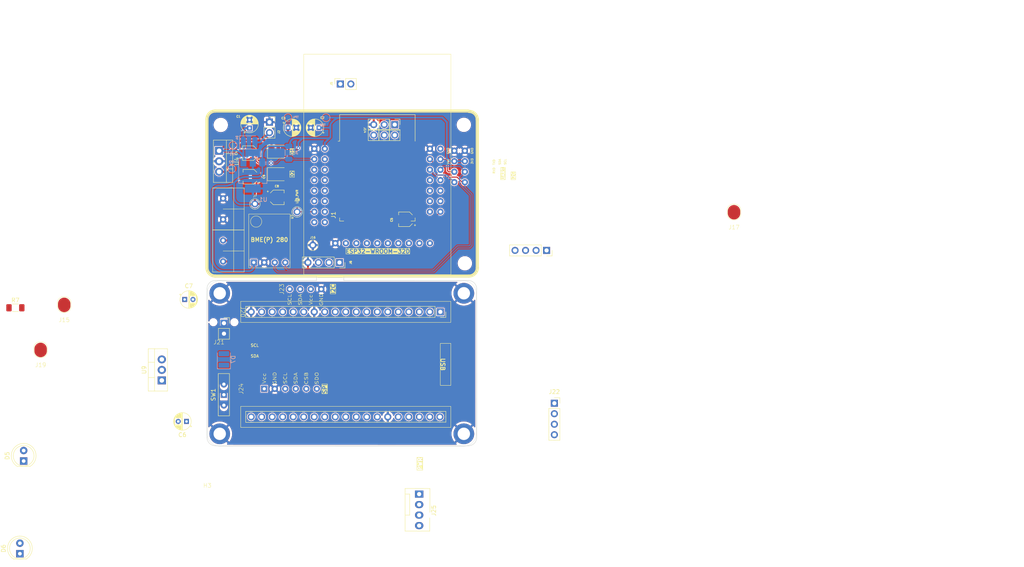
<source format=kicad_pcb>
(kicad_pcb (version 20240108) (generator "pcbnew") (generator_version "8.0")
  (layers (0 "F.Cu" signal) (31 "B.Cu" signal) (34 "B.Paste" user) (35 "F.Paste" user) (36 "B.SilkS" user "B.Silkscreen") (37 "F.SilkS" user "F.Silkscreen") (38 "B.Mask" user) (39 "F.Mask" user) (44 "Edge.Cuts" user))
  (net 0 "")
  (net 1 "GND")
  (net 2 "+3V3")
  (net 3 "+5V")
  (net 4 "/RXD")
  (net 5 "/TXD")
  (net 6 "/SDA")
  (net 7 "/GPIO_33")
  (net 8 "/SCL")
  (net 9 "/OUT3")
  (net 10 "/EN")
  (net 11 "/SOURCE2")
  (net 12 "/SOURCE1")
  (net 13 "/SOURCE3")
  (net 14 "/VDC")
  (net 15 "/DAC1")
  (net 16 "/DAC2")
  (net 17 "/GPIO39")
  (net 18 "/GPIO19")
  (net 19 "/GPIO17")
  (net 20 "/GPIO5")
  (net 21 "/GPIO18")
  (net 22 "/SD_DATA0")
  (net 23 "/ADC2_CH3")
  (net 24 "/SD_DATA3")
  (net 25 "/SD_CMD")
  (net 26 "/SD_CLK")
  (net 27 "/SD_DATA2")
  (net 28 "/SD_DATA1")
  (net 29 "/ADC2_CH0")
  (net 30 "/GPIO23")
  (net 31 "/GPIO36")
  (net 32 "/ADC2_CH2")
  (net 33 "/BOOT")
  (net 34 "/GPIO13")
  (net 35 "/SOURCE4")
  (net 36 "/SOURCE5")
  (net 37 "/SIPO_DATA")
  (net 38 "/SIPO_CLK")
  (net 39 "/SIPO_LATCH")
  (net 40 "/GPIO14")
  (net 41 "/OUT1")
  (net 42 "/VIN")
  (net 43 "Net-(D5-Pad1)")
  (net 44 "Net-(J15-Pin_1)")
  (net 45 "Net-(J19-Pin_1)")
  (net 46 "/OUT2")
  (net 58 "/ESP32-WROOM-32U Node/VIN")
  (net 63 "/ESP32-WROOM-32U Node/VDC")
  (net 74 "/ESP32-WROOM-32U Node/SPI-SDO")
  (net 75 "/ESP32-WROOM-32U Node/TX")
  (net 76 "Net-(J21-Pin_1)")
  (net 77 "/ESP32-WROOM-32U Node/SDA-2")
  (net 78 "/ESP32-WROOM-32U Node/SPI-CSB")
  (net 79 "/ESP32-WROOM-32U Node/SPI-SCL")
  (net 80 "/ESP32-WROOM-32U Node/3V3")
  (net 81 "/ESP32-WROOM-32U Node/SCL-2")
  (net 82 "/ESP32-WROOM-32U Node/RX")
  (net 83 "Net-(D7-A)")
  (net 84 "/ESP32-WROOM-32U Node/SPI-SDA")
  (net 86 "/ESP32-WROOM-32U Node/12V")
  (footprint "Capacitor_THT:CP_Radial_D4.0mm_P2.00mm" (layer "F.Cu") (at 107 44.2 180)
    (property "Reference" "C2")
    (property "Value" "1uF")
  )
  (footprint "LED_SMD:LED_1210_3225Metric_Pad1.42x2.65mm_HandSolder" (layer "F.Cu") (at 97 55.45)
    (property "Reference" "D2")
    (property "Value" "STATUS")
  )
  (footprint "Alexander Footprint Library:Board_65-40" (layer "F.Cu") (at 80 131.25)
    (property "Reference" "H3")
    (property "Value" "Project_Box_Board_65x40")
    (fp_line (start 0 -13) (end 0 -47) (stroke (width 0.05)) (layer "Edge.Cuts"))
    (fp_line (start 3 -50) (end 62 -50) (stroke (width 0.05)) (layer "Edge.Cuts"))
    (fp_line (start 62 -10) (end 3 -10) (stroke (width 0.05)) (layer "Edge.Cuts"))
    (fp_line (start 65 -47) (end 65 -13) (stroke (width 0.05)) (layer "Edge.Cuts"))
    (fp_arc (start 0 -47) (mid 0.87868 -49.12132) (end 3 -50) (stroke (width 0.05)) (layer "Edge.Cuts"))
    (fp_arc (start 3 -10) (mid 0.87868 -10.87868) (end 0 -13) (stroke (width 0.05)) (layer "Edge.Cuts"))
    (fp_arc (start 62 -50) (mid 64.12132 -49.12132) (end 65 -47) (stroke (width 0.05)) (layer "Edge.Cuts"))
    (fp_arc (start 65 -13) (mid 64.12132 -10.87868) (end 62 -10) (stroke (width 0.05)) (layer "Edge.Cuts"))
  )
  (footprint "Capacitor_SMD:CP_Elec_3x5.3" (layer "F.Cu") (at 90.3 50.35 180)
    (property "Reference" "C4")
    (property "Value" "0.1uF")
  )
  (footprint "Resistor_SMD:R_1206_3216Metric_Pad1.30x1.75mm_HandSolder" (layer "F.Cu") (at 33.612 87.7585)
    (property "Reference" "R7")
    (property "Value" "4K7")
  )
  (footprint "LED_THT:LED_D5.0mm" (layer "F.Cu") (at 34.7 147.25 90)
    (property "Reference" "D6")
    (property "Value" "LED_STATUS")
  )
  (footprint "Connector_PinSocket_2.54mm:PinSocket_1x04_P2.54mm_Vertical" (layer "F.Cu") (at 163.88 110.85)
    (property "Reference" "J22")
    (property "Value" "PWR_SATA_Conn_01x04")
  )
  (footprint "Alexander Footprint Library:Pad_1x01_P2.54_SMD" (layer "F.Cu") (at 39.712 102.098)
    (property "Reference" "J19")
    (property "Value" "LED_PWR")
  )
  (footprint "Alexanddr Footprints Library:ESP32-WROOM-Adapter-Socket-2" (layer "F.Cu") (at 121.1 56.9025)
    (property "Reference" "J1")
    (property "Value" "~")
  )
  (footprint "Alexander Footprint Library:Pad_1x01_P2.54_SMD" (layer "F.Cu") (at 45.412 91.198)
    (property "Reference" "J15")
    (property "Value" "LED_PWR")
  )
  (footprint "MountingHole:MountingHole_3mm" (layer "F.Cu") (at 142 43.5)
    (property "Reference" "H1" (hide yes))
    (property "Value" "MountingHole_Pad")
  )
  (footprint "MountingHole:MountingHole_3mm" (layer "F.Cu") (at 83.25 43.53)
    (property "Reference" "H2" (hide yes))
    (property "Value" "MountingHole_Pad")
  )
  (footprint "Alexander Footprints Library:Conn_Terminal_5mm" (layer "F.Cu") (at 83.82 53.69)
    (property "Reference" "J9" (hide yes))
    (property "Value" "Conn_01x02_Socket")
  )
  (footprint "Alexander Footprint Library:Pad_1x01_P2.54_SMD" (layer "F.Cu") (at 207.3 68.7895)
    (property "Reference" "J17")
    (property "Value" "GND")
  )
  (footprint "Capacitor_THT:CP_Radial_D4.0mm_P2.00mm" (layer "F.Cu") (at 74.527401 85.75)
    (property "Reference" "C7")
    (property "Value" "1uF")
  )
  (footprint "Connector:FanPinHeader_1x04_P2.54mm_Vertical" (layer "F.Cu") (at 131.2 132.83 -90)
    (property "Reference" "J25")
    (property "Value" "Conn_01x04_Pin")
  )
  (footprint "Button_Switch_THT:SW_Slide-03_Wuerth-WS-SLTV_10x2.5x6.4_P2.54mm" (layer "F.Cu") (at 84 108.79 90)
    (property "Reference" "SW1")
    (property "Value" "SW_SPDT")
  )
  (footprint "Capacitor_SMD:CP_Elec_3x5.3" (layer "F.Cu") (at 90.4 56.05 180)
    (property "Reference" "C9")
    (property "Value" "0.1uF")
  )
  (footprint "Alexander Footprint Library:PinSocket_1x01_P2.54" (layer "F.Cu") (at 91.5 65.19)
    (property "Reference" "J7")
    (property "Value" "LED_PWR")
  )
  (footprint "Alexander Footprint Library:Conn_SPI" (layer "F.Cu") (at 88.68 107.35 90)
    (property "Reference" "J24")
    (property "Value" "~")
  )
  (footprint "Connector_PinSocket_2.54mm:PinSocket_1x02_P2.54mm_Vertical" (layer "F.Cu") (at 95.025 42.85)
    (property "Reference" "J2")
    (property "Value" "PWR")
  )
  (footprint "Connector_PinSocket_2.54mm:PinSocket_1x04_P2.54mm_Vertical" (layer "F.Cu") (at 111.94 76.8 -90)
    (property "Reference" "J6")
    (property "Value" "SOURCE")
  )
  (footprint "Connector_PinSocket_2.54mm:PinSocket_1x04_P2.54mm_Vertical" (layer "F.Cu") (at 162 73.875 -90)
    (property "Reference" "J10" (hide yes))
    (property "Value" "ADC")
  )
  (footprint "Capacitor_SMD:CP_Elec_3x5.3" (layer "F.Cu") (at 128 66.35 180)
    (property "Reference" "C5")
    (property "Value" "0.1uF")
  )
  (footprint "Alexander Footprint Library:PinSocket_1x02_P2.54" (layer "F.Cu") (at 82.815 96.5925)
    (property "Reference" "J21")
    (property "Value" "PWR")
  )
  (footprint "Capacitor_THT:CP_Radial_D4.0mm_P2.00mm" (layer "F.Cu") (at 99.5 44.2)
    (property "Reference" "C3")
    (property "Value" "1uF")
  )
  (footprint "Alexander Footprint Library:Conn_ESP32_WROOM-DevKit-38pins" (layer "F.Cu") (at 88.06 88.75 -90)
    (property "Reference" "J20")
    (property "Value" "~")
  )
  (footprint "Capacitor_SMD:CP_Elec_3x5.3" (layer "F.Cu") (at 96.8 61.05)
    (property "Reference" "C8")
    (property "Value" "10uF")
  )
  (footprint "Alexander Footprint Library:LD1117" (layer "F.Cu") (at 69 105.33 90)
    (property "Reference" "U9")
    (property "Value" "L7805")
  )
  (footprint "Alexander Footprint Library:PinSocket_1x01_P2.54" (layer "F.Cu") (at 101.7 67.12)
    (property "Reference" "J18")
    (property "Value" "LED_PWR")
  )
  (footprint "Alexander Footprint Library:Conn_I2C" (layer "F.Cu") (at 115.16 83.25 -90)
    (property "Reference" "J23")
    (property "Value" "I2C")
  )
  (footprint "Capacitor_THT:CP_Radial_D4.0mm_P2.00mm" (layer "F.Cu") (at 74.9726 115.25 180)
    (property "Reference" "C6")
    (property "Value" "1uF")
  )
  (footprint "Connector_PinSocket_2.54mm:PinSocket_1x02_P2.54mm_Vertical" (layer "F.Cu") (at 112.15 33.625 90)
    (property "Reference" "J5")
    (property "Value" "DAC")
  )
  (footprint "Alexander Footprint Library:CONN_2x3" (layer "F.Cu") (at 130.38 43.45 -90)
    (property "Reference" "J14")
    (property "Value" "GPIO")
  )
  (footprint "Alexander Footprints Library:Conn_UART" (layer "F.Cu") (at 139.7 42.15)
    (property "Reference" "J3" (hide yes))
    (property "Value" "UART")
  )
  (footprint "Alexander Footprint Library:PinSocket_1x01_P2.54" (layer "F.Cu") (at 105.5 75.19)
    (property "Reference" "J16")
    (property "Value" "GND")
  )
  (footprint "Capacitor_THT:CP_Radial_D4.0mm_P2.00mm" (layer "F.Cu") (at 90.2 44.3 90)
    (property "Reference" "C1")
    (property "Value" "1uF")
  )
  (footprint "Alexander Footprint Library:BME280_BMP280_I2C" (layer "F.Cu") (at 90 78.1 90)
    (property "Reference" "U7")
    (property "Value" "BME(P)280")
  )
  (footprint "Alexander Footprint Library:LD1117" (layer "F.Cu") (at 82.855 49.77 -90)
    (property "Reference" "U4")
    (property "Value" "L7805")
  )
  (footprint "Alexander Footprints Library:Conn_I2C" (layer "F.Cu") (at 142.24 42.15)
    (property "Reference" "J4" (hide yes))
    (property "Value" "I2C")
  )
  (footprint "LED_THT:LED_D5.0mm" (layer "F.Cu") (at 35.612 124.8335 90)
    (property "Reference" "D5")
    (property "Value" "LED_PWR")
  )
  (footprint "LED_SMD:LED_1210_3225Metric_Pad1.42x2.65mm_HandSolder" (layer "F.Cu") (at 97 50)
    (property "Reference" "D1")
    (property "Value" "PWR")
  )
  (footprint "MountingHole:MountingHole_3mm" (layer "F.Cu") (at 142.25 77)
    (property "Reference" "H4" (hide yes))
    (property "Value" "MountingHole_Pad")
  )
  (footprint "Alexander Footprints Library:Conn_Terminal_5mm" (layer "F.Cu") (at 83.82 63.85)
    (property "Reference" "J8" (hide yes))
    (property "Value" "Conn_01x02_Socket")
  )
  (footprint "TestPoint:TestPoint_Pad_D1.5mm" (layer "B.Cu") (at 99.5 41.75 180)
    (property "Reference" "TP4")
    (property "Value" "5V")
  )
  (footprint "TestPoint:TestPoint_Pad_D1.5mm" (layer "B.Cu") (at 108.7 41.75 180)
    (property "Reference" "TP3")
    (property "Value" "3V3")
  )
  (footprint "Diode_SMD:D_1210_3225Metric" (layer "B.Cu") (at 84 100.25 90)
    (property "Reference" "D7")
    (property "Value" "D")
  )
  (footprint "Resistor_SMD:R_1206_3216Metric_Pad1.30x1.75mm_HandSolder" (layer "B.Cu") (at 99.7 50.25 -90)
    (property "Reference" "R1")
    (property "Value" "10K")
  )
  (footprint "Diode_SMD:D_1210_3225Metric" (layer "B.Cu") (at 90.1 47.75)
    (property "Reference" "D4")
    (property "Value" "D")
  )
  (footprint "TestPoint:TestPoint_Pad_D1.5mm" (layer "B.Cu") (at 86.2 48.45 180)
    (property "Reference" "TP1")
    (property "Value" "VIN")
  )
  (footprint "TestPoint:TestPoint_Pad_D1.5mm" (layer "B.Cu") (at 85.9 54.15 180)
    (property "Reference" "TP2")
    (property "Value" "GND")
  )
  (footprint "Package_TO_SOT_SMD:SOT-223-3_TabPin2" (layer "B.Cu") (at 91 55.75 -90)
    (property "Reference" "U1")
    (property "Value" "AMS1117-3V3")
  )
  (gr_line (start 145.25 42.11421) (end 145.25 78.085782) (stroke (width 0.75)) (layer "F.SilkS"))
  (gr_line (start 81.914218 40.164218) (end 143.08579 40.164218) (stroke (width 0.75)) (layer "F.SilkS"))
  (gr_arc (start 145.25 78.085782) (mid 144.66422 79.500007) (end 143.25 80.085782) (stroke (width 0.75)) (layer "F.SilkS"))
  (gr_line (start 79.914218 42.11421) (end 79.914218 78.085782) (stroke (width 0.75)) (layer "F.SilkS"))
  (gr_arc (start 81.914218 80.085782) (mid 80.499999 79.500001) (end 79.914218 78.085782) (stroke (width 0.75)) (layer "F.SilkS"))
  (gr_arc (start 143.25 40.25) (mid 144.664214 40.835786) (end 145.25 42.25) (stroke (width 0.75)) (layer "F.SilkS"))
  (gr_arc (start 79.914218 42.164218) (mid 80.499999 40.749999) (end 81.914218 40.164218) (stroke (width 0.75)) (layer "F.SilkS"))
  (gr_line (start 81.914214 80.085782) (end 143.085786 80.085782) (stroke (width 0.75)) (layer "F.SilkS"))
  (gr_line (start 82.014214 80.235786) (end 106.4 80.25) (stroke (width 0.1)) (layer "Edge.Cuts"))
  (gr_line (start 80 42.25) (end 80.014214 78.235786) (stroke (width 0.1)) (layer "Edge.Cuts"))
  (gr_arc (start 79.921321 83.157107) (mid 80.507106 81.742896) (end 81.921321 81.157107) (stroke (width 0.1)) (layer "Edge.Cuts"))
  (gr_line (start 81.921321 121.128679) (end 143.107107 121.142893) (stroke (width 0.1)) (layer "Edge.Cuts"))
  (gr_arc (start 81.921321 121.128679) (mid 80.507101 120.542899) (end 79.921321 119.128679) (stroke (width 0.1)) (layer "Edge.Cuts"))
  (gr_line (start 143.092893 81.157107) (end 113 81.15) (stroke (width 0.1)) (layer "Edge.Cuts"))
  (gr_arc (start 145.107107 119.142893) (mid 144.521321 120.557107) (end 143.107107 121.142893) (stroke (width 0.1)) (layer "Edge.Cuts"))
  (gr_line (start 106.4 81.15) (end 81.921321 81.157107) (stroke (width 0.1)) (layer "Edge.Cuts"))
  (gr_arc (start 143.185786 40.264214) (mid 144.600004 40.849996) (end 145.185786 42.264214) (stroke (width 0.1)) (layer "Edge.Cuts"))
  (gr_line (start 113 80.25) (end 143.185786 80.235786) (stroke (width 0.1)) (layer "Edge.Cuts"))
  (gr_arc (start 82.014214 80.235786) (mid 80.599996 79.650004) (end 80.014214 78.235786) (stroke (width 0.1)) (layer "Edge.Cuts"))
  (gr_line (start 145.185786 42.264214) (end 145.185786 78.235786) (stroke (width 0.1)) (layer "Edge.Cuts"))
  (gr_arc (start 80 42.25) (mid 80.585786 40.835786) (end 82 40.25) (stroke (width 0.1)) (layer "Edge.Cuts"))
  (gr_line (start 145.107107 119.142893) (end 145.092893 83.157107) (stroke (width 0.1)) (layer "Edge.Cuts"))
  (gr_line (start 79.921321 119.128679) (end 79.921321 83.157107) (stroke (width 0.1)) (layer "Edge.Cuts"))
  (gr_line (start 106.4 81.15) (end 106.4 80.25) (stroke (width 0.1)) (layer "Edge.Cuts"))
  (gr_arc (start 145.185786 78.235786) (mid 144.600004 79.650004) (end 143.185786 80.235786) (stroke (width 0.1)) (layer "Edge.Cuts"))
  (gr_arc (start 143.092893 81.157107) (mid 144.507112 81.742888) (end 145.092893 83.157107) (stroke (width 0.1)) (layer "Edge.Cuts"))
  (gr_line (start 113 81.15) (end 113 80.25) (stroke (width 0.1)) (layer "Edge.Cuts"))
  (gr_line (start 143.185786 40.264214) (end 82 40.25) (stroke (width 0.1)) (layer "Edge.Cuts"))
  (gr_text "SCL" (at 90.4 96.85 0) (layer "F.SilkS") (effects (font (size 0.7 0.7) (thickness 0.125) (bold yes)) (justify left)))
  (gr_text "SDA" (at 90.4 99.45 0) (layer "F.SilkS") (effects (font (size 0.7 0.7) (thickness 0.125) (bold yes)) (justify left)))
  (gr_text "PWR" (at 132 127.25 90) (layer "F.SilkS" knockout) (effects (font (size 1 1) (thickness 0.25) (bold yes)) (justify left bottom)))
  (segment (start 84.21 66) (end 83.82 66.39) (width 0.5) (layer "F.Cu") (net 1))
  (segment (start 95.5 54.8625) (end 95.5125 54.85) (width 0.25) (layer "F.Cu") (net 1))
  (segment (start 95.5 55.4625) (end 95.5125 55.45) (width 0.25) (layer "F.Cu") (net 1))
  (segment (start 91.5 59.65) (end 91.9 59.25) (width 0.5) (layer "F.Cu") (net 2))
  (segment (start 101.15 50) (end 102 49.15) (width 0.5) (layer "F.Cu") (net 2))
  (segment (start 94.63 62.62) (end 91.5 62.62) (width 0.5) (layer "F.Cu") (net 2))
  (segment (start 91.9 59.25) (end 91.9 56.05) (width 0.5) (layer "F.Cu") (net 2))
  (segment (start 98.4875 50) (end 101.15 50) (width 0.5) (layer "F.Cu") (net 2))
  (segment (start 95.3 61.05) (end 95.3 61.95) (width 0.5) (layer "F.Cu") (net 2))
  (segment (start 95.3 61.95) (end 94.63 62.62) (width 0.5) (layer "F.Cu") (net 2))
  (segment (start 91.5 62.62) (end 91.5 59.65) (width 0.5) (layer "F.Cu") (net 2))
  (via (at 102 49.15) (size 0.8) (drill 0.4) (layers "F.Cu" "B.Cu") (net 2))
  (segment (start 96.075 48.7) (end 97.525 48.7) (width 0.5) (layer "B.Cu") (net 2))
  (segment (start 108.4 49.2825) (end 108.4 47.85) (width 0.5) (layer "B.Cu") (net 2))
  (segment (start 109.408578 44.2) (end 107 44.2) (width 0.5) (layer "B.Cu") (net 2))
  (segment (start 109.5 46.75) (end 109.75 46.5) (width 0.5) (layer "B.Cu") (net 2))
  (segment (start 81.3 75.997918) (end 81.3 59.75104) (width 0.5) (layer "B.Cu") (net 2))
  (segment (start 93.3 54.905025) (end 93.3 52.6) (width 0.5) (layer "B.Cu") (net 2))
  (segment (start 100 48.7) (end 100 48.03033) (width 0.5) (layer "B.Cu") (net 2))
  (segment (start 137.9 51.55) (end 138.66 52.31) (width 0.5) (layer "B.Cu") (net 2))
  (segment (start 84.202081 78.9) (end 89.990883 78.9) (width 0.5) (layer "B.Cu") (net 2))
  (segment (start 109.75 45) (end 109.75 44.141421) (width 0.5) (layer "B.Cu") (net 2))
  (segment (start 103 46.75) (end 101.28033 46.75) (width 0.5) (layer "B.Cu") (net 2))
  (segment (start 109.75 43.858578) (end 109.75 44.141421) (width 0.5) (layer "B.Cu") (net 2))
  (segment (start 138.66 52.31) (end 139.7 52.31) (width 0.5) (layer "B.Cu") (net 2))
  (segment (start 139.7 52.31) (end 142.24 52.31) (width 0.5) (layer "B.Cu") (net 2))
  (segment (start 129.1 41.75) (end 136.8 41.75) (width 0.5) (layer "B.Cu") (net 2))
  (segment (start 112.31066 41.75) (end 129.1 41.75) (width 0.5) (layer "B.Cu") (net 2))
  (segment (start 88.207106 62.75) (end 91.5 62.75) (width 0.5) (layer "B.Cu") (net 2))
  (segment (start 86.5 61.042893) (end 86.5 57.5) (width 0.5) (layer "B.Cu") (net 2))
  (segment (start 103 46.75) (end 109.5 46.75) (width 0.5) (layer "B.Cu") (net 2))
  (segment (start 137.9 42.85) (end 137.9 51.55) (width 0.5) (layer "B.Cu") (net 2))
  (segment (start 91.22 77.670883) (end 91.22 76.8) (width 0.5) (layer "B.Cu") (net 2))
  (segment (start 89.455634 56.1) (end 92.105025 56.1) (width 0.5) (layer "B.Cu") (net 2))
  (segment (start 96.075 48.7) (end 95.177817 48.7) (width 0.5) (layer "B.Cu") (net 2))
  (segment (start 136.8 41.75) (end 137.9 42.85) (width 0.5) (layer "B.Cu") (net 2))
  (segment (start 108.4 47.85) (end 109.75 46.5) (width 0.5) (layer "B.Cu") (net 2))
  (segment (start 109.75 46.5) (end 109.75 45) (width 0.5) (layer "B.Cu") (net 2))
  (segment (start 110.015165 42.984834) (end 110.5 42.5) (width 0.5) (layer "B.Cu") (net 2))
  (segment (start 102 47.75) (end 103 46.75) (width 0.5) (layer "B.Cu") (net 2))
  (segment (start 109.75 43.858578) (end 109.75 43.625) (width 0.5) (layer "B.Cu") (net 2))
  (segment (start 93.3 52.6) (end 93.3 50.577817) (width 0.5) (layer "B.Cu") (net 2))
  (segment (start 82.75104 58.3) (end 84.144365 58.3) (width 0.5) (layer "B.Cu") (net 2))
  (segment (start 102 49.15) (end 102 47.75) (width 0.5) (layer "B.Cu") (net 2))
  (segment (start 129.3 41.75) (end 129.1 41.75) (width 0.5) (layer "B.Cu") (net 2))
  (segment (start 108.7 41.75) (end 112.31066 41.75) (width 0.5) (layer "B.Cu") (net 2))
  (segment (start 100 48.7) (end 97.525 48.7) (width 0.5) (layer "B.Cu") (net 2))
  (arc (start 93.3 54.905025) (mid 93.209037 55.362322) (end 92.95 55.75) (width 0.5) (layer "B.Cu") (net 2))
  (arc (start 86.8 57.2) (mid 85.581584 58.014119) (end 84.144365 58.3) (width 0.5) (layer "B.Cu") (net 2))
  (arc (start 89.455634 56.1) (mid 88.018415 56.38588) (end 86.8 57.2) (width 0.5) (layer "B.Cu") (net 2))
  (arc (start 86.5 61.042893) (mid 86.629945 61.696174) (end 87 62.25) (width 0.5) (layer "B.Cu") (net 2))
  (arc (start 82.75104 58.3) (mid 82.195751 58.410453) (end 81.725 58.725) (width 0.5) (layer "B.Cu") (net 2))
  (arc (start 92.95 55.75) (mid 92.562322 56.009037) (end 92.105025 56.1) (width 0.5) (layer "B.Cu") (net 2))
  (arc (start 109.75 43.625) (mid 109.818914 43.278544) (end 110.015165 42.984834) (width 0.5) (layer "B.Cu") (net 2))
  (arc (start 95.177817 48.7) (mid 94.459207 48.84294) (end 93.85 49.25) (width 0.5) (layer "B.Cu") (net 2))
  (arc (start 82.15 78.05) (mid 83.091502 78.679092) (end 84.202081 78.9) (width 0.5) (layer "B.Cu") (net 2))
  (arc (start 109.75 44.141421) (mid 109.713838 44.087301) (end 109.65 44.1) (width 0.5) (layer "B.Cu") (net 2))
  (arc (start 93.85 49.25) (mid 93.44294 49.859207) (end 93.3 50.577817) (width 0.5) (layer "B.Cu") (net 2))
  (arc (start 90.86 78.54) (mid 90.461245 78.806439) (end 89.990883 78.9) (width 0.5) (layer "B.Cu") (net 2))
  (arc (start 109.65 44.1) (mid 109.539234 44.17401) (end 109.408578 44.2) (width 0.5) (layer "B.Cu") (net 2))
  (arc (start 87 62.25) (mid 87.553825 62.620054) (end 88.207106 62.75) (width 0.5) (layer "B.Cu") (net 2))
  (arc (start 81.725 58.725) (mid 81.410453 59.195751) (end 81.3 59.75104) (width 0.5) (layer "B.Cu") (net 2))
  (arc (start 101.28033 46.75) (mid 100.790368 46.847459) (end 100.375 47.125) (width 0.5) (layer "B.Cu") (net 2))
  (arc (start 91.22 77.670883) (mid 91.126439 78.141245) (end 90.86 78.54) (width 0.5) (layer "B.Cu") (net 2))
  (arc (start 110.5 42.5) (mid 111.330737 41.944918) (end 112.31066 41.75) (width 0.5) (layer "B.Cu") (net 2))
  (arc (start 109.65 44.1) (mid 109.72401 43.989234) (end 109.75 43.858578) (width 0.5) (layer "B.Cu") (net 2))
  (arc (start 100.375 47.125) (mid 100.097459 47.540368) (end 100 48.03033) (width 0.5) (layer "B.Cu") (net 2))
  (arc (start 81.3 75.997918) (mid 81.520907 77.108496) (end 82.15 78.05) (width 0.5) (layer "B.Cu") (net 2))
  (segment (start 99.5 45.693413) (end 99.5 44.2) (width 0.5) (layer "F.Cu") (net 3))
  (segment (start 98.6375 46.9625) (end 99.2125 46.3875) (width 0.5) (layer "F.Cu") (net 3))
  (segment (start 88.1 47.25) (end 97.943413 47.25) (width 0.5) (layer "F.Cu") (net 3))
  (segment (start 84.9 54.85) (end 85.4 54.35) (width 0.5) (layer "F.Cu") (net 3))
  (segment (start 85.4 54.35) (end 85.4 49.95) (width 0.5) (layer "F.Cu") (net 3))
  (segment (start 82.855 54.85) (end 84.9 54.85) (width 0.5) (layer "F.Cu") (net 3))
  (segment (start 85.4 49.95) (end 88.1 47.25) (width 0.5) (layer "F.Cu") (net 3))
  (arc (start 97.943413 47.25) (mid 98.31905 47.175281) (end 98.6375 46.9625) (width 0.5) (layer "F.Cu") (net 3))
  (arc (start 99.5 45.693413) (mid 99.425281 46.06905) (end 99.2125 46.3875) (width 0.5) (layer "F.Cu") (net 3))
  (segment (start 99.5 42.25) (end 99.5 44.2) (width 0.25) (layer "B.Cu") (net 3))
  (segment (start 139.7 57.35) (end 139.7 57.39) (width 0.25) (layer "F.Cu") (net 4))
  (segment (start 140.3 57.45) (end 139.3 57.45) (width 0.25) (layer "F.Cu") (net 4))
  (segment (start 139.04 57.39) (end 139.7 57.39) (width 0.25) (layer "F.Cu") (net 4))
  (segment (start 137.96 55.65) (end 139.7 57.39) (width 0.25) (layer "B.Cu") (net 4))
  (segment (start 133.8 54.3625) (end 135.0875 55.65) (width 0.25) (layer "B.Cu") (net 4))
  (segment (start 135.0875 55.65) (end 137.96 55.65) (width 0.25) (layer "B.Cu") (net 4))
  (segment (start 138 52.25) (end 137.5725 51.8225) (width 0.25) (layer "F.Cu") (net 5))
  (segment (start 139.7 54.85) (end 138.3 54.85) (width 0.25) (layer "F.Cu") (net 5))
  (segment (start 137.5725 51.8225) (end 136.34 51.8225) (width 0.25) (layer "F.Cu") (net 5))
  (segment (start 138 54.55) (end 138 52.25) (width 0.25) (layer "F.Cu") (net 5))
  (segment (start 138.3 54.85) (end 138 54.55) (width 0.25) (layer "F.Cu") (net 5))
  (segment (start 139.7 54.85) (end 139.5 54.85) (width 0.25) (layer "F.Cu") (net 5))
  (segment (start 142.24 54.85) (end 142.24 55.51) (width 0.25) (layer "F.Cu") (net 6))
  (segment (start 98.84 76.8) (end 98.84 78.09) (width 0.25) (layer "B.Cu") (net 6))
  (segment (start 141 57.95) (end 141 56.09) (width 0.25) (layer "B.Cu") (net 6))
  (segment (start 140.990501 53.600501) (end 142.24 54.85) (width 0.25) (layer "B.Cu") (net 6))
  (segment (start 136.34 54.3625) (end 137.101999 53.600501) (width 0.25) (layer "B.Cu") (net 6))
  (segment (start 143.281802 72.781802) (end 143.55 72.513604) (width 0.25) (layer "B.Cu") (net 6))
  (segment (start 99.4 78.65) (end 130.7 78.65) (width 0.25) (layer "B.Cu") (net 6))
  (segment (start 130.7 78.65) (end 134.55 78.65) (width 0.25) (layer "B.Cu") (net 6))
  (segment (start 143.55 72.513604) (end 143.55 60.5) (width 0.25) (layer "B.Cu") (net 6))
  (segment (start 143.55 60.5) (end 141 57.95) (width 0.25) (layer "B.Cu") (net 6))
  (segment (start 140.418198 72.781802) (end 143.281802 72.781802) (width 0.25) (layer "B.Cu") (net 6))
  (segment (start 98.84 78.09) (end 99.4 78.65) (width 0.25) (layer "B.Cu") (net 6))
  (segment (start 141 56.09) (end 142.24 54.85) (width 0.25) (layer "B.Cu") (net 6))
  (segment (start 137.101999 53.600501) (end 140.990501 53.600501) (width 0.25) (layer "B.Cu") (net 6))
  (segment (start 134.55 78.65) (end 140.418198 72.781802) (width 0.25) (layer "B.Cu") (net 6))
  (segment (start 135.1 55.15) (end 135.6 55.65) (width 0.25) (layer "F.Cu") (net 8))
  (segment (start 133.8 51.8225) (end 135.1 53.1225) (width 0.25) (layer "F.Cu") (net 8))
  (segment (start 141.603604 57.39) (end 142.24 57.39) (width 0.25) (layer "F.Cu") (net 8))
  (segment (start 137.3 55.65) (end 137.8 56.15) (width 0.25) (layer "F.Cu") (net 8))
  (segment (start 135.1 53.1225) (end 135.1 55.15) (width 0.25) (layer "F.Cu") (net 8))
  (segment (start 135.6 55.65) (end 137.3 55.65) (width 0.25) (layer "F.Cu") (net 8))
  (segment (start 140.363604 56.15) (end 141.603604 57.39) (width 0.25) (layer "F.Cu") (net 8))
  (segment (start 137.8 56.15) (end 140.363604 56.15) (width 0.25) (layer "F.Cu") (net 8))
  (segment (start 142.24 58.553604) (end 142.24 57.39) (width 0.25) (layer "B.Cu") (net 8))
  (segment (start 144 72.7) (end 144 60.313604) (width 0.25) (layer "B.Cu") (net 8))
  (segment (start 134.8 79.1) (end 140.6 73.3) (width 0.25) (layer "B.Cu") (net 8))
  (segment (start 140.6 73.3) (end 143.4 73.3) (width 0.25) (layer "B.Cu") (net 8))
  (segment (start 96.3 76.8) (end 96.3 78.45) (width 0.25) (layer "B.Cu") (net 8))
  (segment (start 143.4 73.3) (end 144 72.7) (width 0.25) (layer "B.Cu") (net 8))
  (segment (start 96.3 78.45) (end 96.95 79.1) (width 0.25) (layer "B.Cu") (net 8))
  (segment (start 144 60.313604) (end 142.24 58.553604) (width 0.25) (layer "B.Cu") (net 8))
  (segment (start 96.95 79.1) (end 134.8 79.1) (width 0.25) (layer "B.Cu") (net 8))
  (segment (start 92.3 52.75) (end 91.8 52.25) (width 0.25) (layer "F.Cu") (net 10))
  (segment (start 91.8 52.25) (end 91.8 50.35) (width 0.25) (layer "F.Cu") (net 10))
  (segment (start 95.4 52.75) (end 92.3 52.75) (width 0.25) (layer "F.Cu") (net 10))
  (via (at 95.4 52.75) (size 0.8) (drill 0.4) (layers "F.Cu" "B.Cu") (net 10))
  (segment (start 95.4 52.75) (end 96.7 52.75) (width 0.25) (layer "B.Cu") (net 10))
  (segment (start 101.4 51.8) (end 101.45 51.8) (width 0.25) (layer "B.Cu") (net 10))
  (segment (start 105.86 51.8225) (end 101.4225 51.8225) (width 0.25) (layer "B.Cu") (net 10))
  (segment (start 99.7 51.8) (end 101.4 51.8) (width 0.25) (layer "B.Cu") (net 10))
  (segment (start 97.65 51.8) (end 99.7 51.8) (width 0.25) (layer "B.Cu") (net 10))
  (segment (start 101.4225 51.8225) (end 101.4 51.8) (width 0.25) (layer "B.Cu") (net 10))
  (segment (start 96.7 52.75) (end 97.65 51.8) (width 0.25) (layer "B.Cu") (net 10))
  (segment (start 86.37 71.47) (end 88 73.1) (width 0.5) (layer "F.Cu") (net 11))
  (segment (start 88 73.1) (end 99 73.1) (width 0.5) (layer "F.Cu") (net 11))
  (segment (start 83.82 71.47) (end 86.37 71.47) (width 0.5) (layer "F.Cu") (net 11))
  (segment (start 86.275 76.55) (end 88.075 74.75) (width 0.5) (layer "F.Cu") (net 12))
  (segment (start 83.82 76.55) (end 86.275 76.55) (width 0.5) (layer "F.Cu") (net 12))
  (segment (start 88.075 74.75) (end 99.75 74.75) (width 0.5) (layer "F.Cu") (net 12))
  (segment (start 95.025 45.425) (end 92.7 47.75) (width 0.5) (layer "B.Cu") (net 14))
  (segment (start 92.7 47.75) (end 91.5 47.75) (width 0.5) (layer "B.Cu") (net 14))
  (segment (start 95.025 45.39) (end 95.025 45.425) (width 0.5) (layer "B.Cu") (net 14))
  (segment (start 129.5 66.35) (end 134.5125 66.35) (width 0.25) (layer "F.Cu") (net 33))
  (segment (start 134.5125 66.35) (end 136.34 64.5225) (width 0.25) (layer "F.Cu") (net 33))
  (segment (start 101.7 56.05) (end 101.1 55.45) (width 0.25) (layer "F.Cu") (net 40))
  (segment (start 101.7 64.55) (end 105.8325 64.55) (width 0.25) (layer "F.Cu") (net 40))
  (segment (start 105.8325 64.55) (end 105.86 64.5225) (width 0.25) (layer "F.Cu") (net 40))
  (segment (start 101.1 55.45) (end 98.4875 55.45) (width 0.25) (layer "F.Cu") (net 40))
  (segment (start 101.7 64.55) (end 101.7 56.05) (width 0.25) (layer "F.Cu") (net 40))
  (segment (start 82.98 49.77) (end 82.855 49.77) (width 0.5) (layer "F.Cu") (net 42))
  (segment (start 90.2 44.3) (end 88.45 44.3) (width 0.5) (layer "F.Cu") (net 42))
  (segment (start 88.45 44.3) (end 82.98 49.77) (width 0.5) (layer "F.Cu") (net 42))
  (segment (start 88.7 50.546446) (end 88.7 51.253553) (width 0.5) (layer "B.Cu") (net 42))
  (segment (start 88.7 45.153553) (end 88.7 47.4) (width 0.5) (layer "B.Cu") (net 42))
  (segment (start 86.2 49.11) (end 86.2 48.45) (width 0.25) (layer "B.Cu") (net 42))
  (segment (start 88.45 50.65) (end 88.2 50.4) (width 0.5) (layer "B.Cu") (net 42))
  (segment (start 88.7 50.546446) (end 88.7 47.4) (width 0.5) (layer "B.Cu") (net 42))
  (segment (start 88.45 50.65) (end 88.054368 50.254368) (width 0.5) (layer "B.Cu") (net 42))
  (segment (start 89.553553 44.3) (end 90.2 44.3) (width 0.5) (layer "B.Cu") (net 42))
  (segment (start 88.7 51.253553) (end 88.7 52.6) (width 0.5) (layer "B.Cu") (net 42))
  (segment (start 86.86 49.77) (end 85.54 49.77) (width 0.5) (layer "B.Cu") (net 42))
  (segment (start 86.885 49.77) (end 86.86 49.77) (width 0.5) (layer "B.Cu") (net 42))
  (segment (start 85.54 49.77) (end 82.855 49.77) (width 0.5) (layer "B.Cu") (net 42))
  (arc (start 89.553553 44.3) (mid 89.226912 44.364972) (end 88.95 44.55) (width 0.5) (layer "B.Cu") (net 42))
  (arc (start 86.2 49.11) (mid 86.393309 49.57669) (end 86.86 49.77) (width 0.25) (layer "B.Cu") (net 42))
  (arc (start 88.7 51.253553) (mid 88.635027 50.926912) (end 88.45 50.65) (width 0.5) (layer "B.Cu") (net 42))
  (arc (start 88.45 50.65) (mid 88.45 50.65) (end 88.45 50.65) (width 0.5) (layer "B.Cu") (net 42))
  (arc (start 88.45 50.65) (mid 88.609596 50.681745) (end 88.7 50.546446) (width 0.5) (layer "B.Cu") (net 42))
  (arc (start 88.054368 50.254368) (mid 87.517857 49.895883) (end 86.885 49.77) (width 0.5) (layer "B.Cu") (net 42))
  (arc (start 88.95 44.55) (mid 88.764972 44.826912) (end 88.7 45.153553) (width 0.5) (layer "B.Cu") (net 42))
  (zone (net 1) (net_name "GND") (layer "F.Cu") (priority 1) (connect_pads (clearance 0)) (min_thickness 0.25) (fill yes (thermal_gap 0.5) (thermal_bridge_width 0.5))
    (polygon (pts (xy 80 40.25) (xy 80.3 80.35) (xy 145.55 80.35) (xy 145.25 40.25)))
  )
  (zone (net 1) (net_name "GND") (layer "F.Cu") (priority 2) (connect_pads (clearance 0)) (min_thickness 0.25) (fill yes (thermal_gap 0.5) (thermal_bridge_width 0.5))
    (polygon (pts (xy 79.8 121.45) (xy 145.7 121.45) (xy 145.2 80.95) (xy 79.5 80.95)))
  )
  (zone (net 1) (net_name "GND") (layer "B.Cu") (connect_pads (clearance 0)) (min_thickness 0.25) (fill yes (thermal_gap 0.5) (thermal_bridge_width 0.5))
    (polygon (pts (xy 80 40.25) (xy 145.2 40.25) (xy 145.4 80.45) (xy 80.2 80.45)))
  )
  (zone (net 1) (net_name "GND") (layer "B.Cu") (priority 3) (connect_pads (clearance 0)) (min_thickness 0.25) (fill yes (thermal_gap 0.5) (thermal_bridge_width 0.5))
    (polygon (pts (xy 145.6 121.45) (xy 145.2 80.95) (xy 79.5 80.95) (xy 79.7 121.45)))
  )
)
</source>
